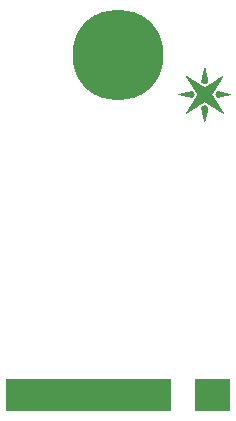
<source format=gts>
G75*
%MOIN*%
%OFA0B0*%
%FSLAX25Y25*%
%IPPOS*%
%LPD*%
%AMOC8*
5,1,8,0,0,1.08239X$1,22.5*
%
%ADD10R,0.02178X0.10643*%
%ADD11C,0.00100*%
%ADD12C,0.30328*%
D10*
X0008363Y0006321D03*
X0010332Y0006321D03*
X0012300Y0006321D03*
X0014269Y0006321D03*
X0016237Y0006321D03*
X0018206Y0006321D03*
X0020174Y0006321D03*
X0022143Y0006321D03*
X0024111Y0006321D03*
X0026080Y0006321D03*
X0028048Y0006321D03*
X0030017Y0006321D03*
X0031986Y0006321D03*
X0033954Y0006321D03*
X0035923Y0006321D03*
X0037891Y0006321D03*
X0039860Y0006321D03*
X0041828Y0006321D03*
X0043797Y0006321D03*
X0045765Y0006321D03*
X0047734Y0006321D03*
X0049702Y0006321D03*
X0051671Y0006321D03*
X0053639Y0006321D03*
X0055608Y0006321D03*
X0057576Y0006321D03*
X0059545Y0006321D03*
X0061513Y0006321D03*
X0071356Y0006321D03*
X0073324Y0006321D03*
X0075293Y0006321D03*
X0077261Y0006321D03*
X0079230Y0006321D03*
X0081198Y0006321D03*
D11*
X0073548Y0097797D02*
X0074548Y0102197D01*
X0073548Y0102897D01*
X0072548Y0102197D01*
X0073548Y0097797D01*
X0073538Y0097843D02*
X0073559Y0097843D01*
X0073581Y0097941D02*
X0073516Y0097941D01*
X0073493Y0098040D02*
X0073604Y0098040D01*
X0073626Y0098138D02*
X0073471Y0098138D01*
X0073449Y0098237D02*
X0073648Y0098237D01*
X0073671Y0098335D02*
X0073426Y0098335D01*
X0073404Y0098434D02*
X0073693Y0098434D01*
X0073716Y0098532D02*
X0073381Y0098532D01*
X0073359Y0098631D02*
X0073738Y0098631D01*
X0073760Y0098729D02*
X0073337Y0098729D01*
X0073314Y0098828D02*
X0073783Y0098828D01*
X0073805Y0098926D02*
X0073292Y0098926D01*
X0073269Y0099025D02*
X0073828Y0099025D01*
X0073850Y0099123D02*
X0073247Y0099123D01*
X0073225Y0099222D02*
X0073872Y0099222D01*
X0073895Y0099320D02*
X0073202Y0099320D01*
X0073180Y0099419D02*
X0073917Y0099419D01*
X0073939Y0099517D02*
X0073157Y0099517D01*
X0073135Y0099616D02*
X0073962Y0099616D01*
X0073984Y0099714D02*
X0073113Y0099714D01*
X0073090Y0099813D02*
X0074007Y0099813D01*
X0074029Y0099911D02*
X0073068Y0099911D01*
X0073046Y0100010D02*
X0074051Y0100010D01*
X0074074Y0100108D02*
X0073023Y0100108D01*
X0073001Y0100207D02*
X0074096Y0100207D01*
X0074119Y0100305D02*
X0072978Y0100305D01*
X0072956Y0100404D02*
X0074141Y0100404D01*
X0074163Y0100502D02*
X0072934Y0100502D01*
X0072911Y0100601D02*
X0074186Y0100601D01*
X0074208Y0100699D02*
X0072889Y0100699D01*
X0072866Y0100798D02*
X0074231Y0100798D01*
X0074253Y0100896D02*
X0072844Y0100896D01*
X0072822Y0100995D02*
X0074275Y0100995D01*
X0074298Y0101093D02*
X0072799Y0101093D01*
X0072777Y0101192D02*
X0074320Y0101192D01*
X0074342Y0101290D02*
X0072754Y0101290D01*
X0072732Y0101389D02*
X0074365Y0101389D01*
X0074387Y0101487D02*
X0072710Y0101487D01*
X0072687Y0101586D02*
X0074410Y0101586D01*
X0074432Y0101685D02*
X0072665Y0101685D01*
X0072643Y0101783D02*
X0074454Y0101783D01*
X0074477Y0101882D02*
X0072620Y0101882D01*
X0072598Y0101980D02*
X0074499Y0101980D01*
X0074522Y0102079D02*
X0072575Y0102079D01*
X0072553Y0102177D02*
X0074544Y0102177D01*
X0074436Y0102276D02*
X0072661Y0102276D01*
X0072802Y0102374D02*
X0074295Y0102374D01*
X0074155Y0102473D02*
X0072942Y0102473D01*
X0073083Y0102571D02*
X0074014Y0102571D01*
X0073873Y0102670D02*
X0073224Y0102670D01*
X0073365Y0102768D02*
X0073732Y0102768D01*
X0073592Y0102867D02*
X0073505Y0102867D01*
X0072867Y0103950D02*
X0069626Y0103950D01*
X0069566Y0103852D02*
X0072717Y0103852D01*
X0072567Y0103753D02*
X0069506Y0103753D01*
X0069445Y0103655D02*
X0072417Y0103655D01*
X0072267Y0103556D02*
X0069385Y0103556D01*
X0069325Y0103458D02*
X0072116Y0103458D01*
X0071966Y0103359D02*
X0069264Y0103359D01*
X0069204Y0103261D02*
X0071816Y0103261D01*
X0071666Y0103162D02*
X0069143Y0103162D01*
X0069083Y0103064D02*
X0071515Y0103064D01*
X0071365Y0102965D02*
X0069023Y0102965D01*
X0068962Y0102867D02*
X0071215Y0102867D01*
X0071065Y0102768D02*
X0068902Y0102768D01*
X0068841Y0102670D02*
X0070914Y0102670D01*
X0070764Y0102571D02*
X0068781Y0102571D01*
X0068721Y0102473D02*
X0070614Y0102473D01*
X0070464Y0102374D02*
X0068660Y0102374D01*
X0068600Y0102276D02*
X0070314Y0102276D01*
X0070163Y0102177D02*
X0068540Y0102177D01*
X0068479Y0102079D02*
X0070013Y0102079D01*
X0069863Y0101980D02*
X0068419Y0101980D01*
X0068358Y0101882D02*
X0069713Y0101882D01*
X0069562Y0101783D02*
X0068298Y0101783D01*
X0068238Y0101685D02*
X0069412Y0101685D01*
X0069262Y0101586D02*
X0068177Y0101586D01*
X0068117Y0101487D02*
X0069112Y0101487D01*
X0068962Y0101389D02*
X0068057Y0101389D01*
X0067996Y0101290D02*
X0068811Y0101290D01*
X0068661Y0101192D02*
X0067936Y0101192D01*
X0067875Y0101093D02*
X0068511Y0101093D01*
X0068361Y0100995D02*
X0067815Y0100995D01*
X0067755Y0100896D02*
X0068210Y0100896D01*
X0068060Y0100798D02*
X0067694Y0100798D01*
X0067634Y0100699D02*
X0067910Y0100699D01*
X0067760Y0100601D02*
X0067574Y0100601D01*
X0067609Y0100502D02*
X0067513Y0100502D01*
X0067459Y0100404D02*
X0067453Y0100404D01*
X0067448Y0100397D02*
X0073548Y0104397D01*
X0079748Y0100297D01*
X0075748Y0106597D01*
X0079548Y0112697D01*
X0073548Y0108797D01*
X0067448Y0112597D01*
X0071248Y0106597D01*
X0067448Y0100397D01*
X0069687Y0104049D02*
X0073018Y0104049D01*
X0073168Y0104147D02*
X0069747Y0104147D01*
X0069808Y0104246D02*
X0073318Y0104246D01*
X0073468Y0104344D02*
X0069868Y0104344D01*
X0069928Y0104443D02*
X0077116Y0104443D01*
X0077054Y0104541D02*
X0069989Y0104541D01*
X0070049Y0104640D02*
X0076991Y0104640D01*
X0076928Y0104738D02*
X0070109Y0104738D01*
X0070170Y0104837D02*
X0076866Y0104837D01*
X0076803Y0104935D02*
X0070230Y0104935D01*
X0070291Y0105034D02*
X0076741Y0105034D01*
X0076678Y0105132D02*
X0070351Y0105132D01*
X0070411Y0105231D02*
X0076616Y0105231D01*
X0076553Y0105329D02*
X0070472Y0105329D01*
X0070532Y0105428D02*
X0076491Y0105428D01*
X0076428Y0105526D02*
X0070592Y0105526D01*
X0070653Y0105625D02*
X0076366Y0105625D01*
X0076303Y0105723D02*
X0070713Y0105723D01*
X0070774Y0105822D02*
X0076240Y0105822D01*
X0076178Y0105921D02*
X0070834Y0105921D01*
X0070894Y0106019D02*
X0076115Y0106019D01*
X0076053Y0106118D02*
X0070955Y0106118D01*
X0071015Y0106216D02*
X0075990Y0106216D01*
X0075928Y0106315D02*
X0071075Y0106315D01*
X0071136Y0106413D02*
X0075865Y0106413D01*
X0075803Y0106512D02*
X0071196Y0106512D01*
X0071240Y0106610D02*
X0075757Y0106610D01*
X0075818Y0106709D02*
X0071178Y0106709D01*
X0071115Y0106807D02*
X0075879Y0106807D01*
X0075941Y0106906D02*
X0071053Y0106906D01*
X0070991Y0107004D02*
X0076002Y0107004D01*
X0076064Y0107103D02*
X0070928Y0107103D01*
X0070866Y0107201D02*
X0076125Y0107201D01*
X0076186Y0107300D02*
X0070803Y0107300D01*
X0070741Y0107398D02*
X0076248Y0107398D01*
X0076309Y0107497D02*
X0070679Y0107497D01*
X0070616Y0107595D02*
X0076370Y0107595D01*
X0076432Y0107694D02*
X0070554Y0107694D01*
X0070491Y0107792D02*
X0076493Y0107792D01*
X0076555Y0107891D02*
X0070429Y0107891D01*
X0070367Y0107989D02*
X0076616Y0107989D01*
X0076677Y0108088D02*
X0070304Y0108088D01*
X0070242Y0108186D02*
X0076739Y0108186D01*
X0076800Y0108285D02*
X0070179Y0108285D01*
X0070117Y0108383D02*
X0076861Y0108383D01*
X0076923Y0108482D02*
X0070055Y0108482D01*
X0069992Y0108580D02*
X0076984Y0108580D01*
X0077045Y0108679D02*
X0069930Y0108679D01*
X0069868Y0108777D02*
X0077107Y0108777D01*
X0077168Y0108876D02*
X0073670Y0108876D01*
X0073822Y0108974D02*
X0077230Y0108974D01*
X0077291Y0109073D02*
X0073973Y0109073D01*
X0074125Y0109171D02*
X0077352Y0109171D01*
X0077414Y0109270D02*
X0074276Y0109270D01*
X0074428Y0109368D02*
X0077475Y0109368D01*
X0077536Y0109467D02*
X0074579Y0109467D01*
X0074731Y0109565D02*
X0077598Y0109565D01*
X0077659Y0109664D02*
X0074882Y0109664D01*
X0075034Y0109762D02*
X0077721Y0109762D01*
X0077782Y0109861D02*
X0075186Y0109861D01*
X0075337Y0109959D02*
X0077843Y0109959D01*
X0077905Y0110058D02*
X0075489Y0110058D01*
X0075640Y0110156D02*
X0077966Y0110156D01*
X0078027Y0110255D02*
X0075792Y0110255D01*
X0075943Y0110354D02*
X0078089Y0110354D01*
X0078150Y0110452D02*
X0076095Y0110452D01*
X0076246Y0110551D02*
X0078211Y0110551D01*
X0078273Y0110649D02*
X0076398Y0110649D01*
X0076550Y0110748D02*
X0078334Y0110748D01*
X0078396Y0110846D02*
X0076701Y0110846D01*
X0076853Y0110945D02*
X0078457Y0110945D01*
X0078518Y0111043D02*
X0077004Y0111043D01*
X0077156Y0111142D02*
X0078580Y0111142D01*
X0078641Y0111240D02*
X0077307Y0111240D01*
X0077459Y0111339D02*
X0078702Y0111339D01*
X0078764Y0111437D02*
X0077610Y0111437D01*
X0077762Y0111536D02*
X0078825Y0111536D01*
X0078886Y0111634D02*
X0077914Y0111634D01*
X0078065Y0111733D02*
X0078948Y0111733D01*
X0079009Y0111831D02*
X0078217Y0111831D01*
X0078368Y0111930D02*
X0079071Y0111930D01*
X0079132Y0112028D02*
X0078520Y0112028D01*
X0078671Y0112127D02*
X0079193Y0112127D01*
X0079255Y0112225D02*
X0078823Y0112225D01*
X0078974Y0112324D02*
X0079316Y0112324D01*
X0079377Y0112422D02*
X0079126Y0112422D01*
X0079278Y0112521D02*
X0079439Y0112521D01*
X0079429Y0112619D02*
X0079500Y0112619D01*
X0078231Y0107398D02*
X0077683Y0107398D01*
X0077617Y0107300D02*
X0078713Y0107300D01*
X0079194Y0107201D02*
X0077551Y0107201D01*
X0077486Y0107103D02*
X0079676Y0107103D01*
X0080157Y0107004D02*
X0077420Y0107004D01*
X0077354Y0106906D02*
X0080639Y0106906D01*
X0081121Y0106807D02*
X0077289Y0106807D01*
X0077223Y0106709D02*
X0081602Y0106709D01*
X0081732Y0106512D02*
X0077205Y0106512D01*
X0077148Y0106597D02*
X0077748Y0105697D01*
X0082148Y0106597D01*
X0077748Y0107497D01*
X0077749Y0107497D01*
X0077748Y0107497D02*
X0077148Y0106597D01*
X0077157Y0106610D02*
X0082084Y0106610D01*
X0081250Y0106413D02*
X0077271Y0106413D01*
X0077337Y0106315D02*
X0080768Y0106315D01*
X0080287Y0106216D02*
X0077402Y0106216D01*
X0077468Y0106118D02*
X0079805Y0106118D01*
X0079324Y0106019D02*
X0077534Y0106019D01*
X0077599Y0105921D02*
X0078842Y0105921D01*
X0078360Y0105822D02*
X0077665Y0105822D01*
X0077731Y0105723D02*
X0077879Y0105723D01*
X0077179Y0104344D02*
X0073628Y0104344D01*
X0073777Y0104246D02*
X0077241Y0104246D01*
X0077304Y0104147D02*
X0073926Y0104147D01*
X0074075Y0104049D02*
X0077366Y0104049D01*
X0077429Y0103950D02*
X0074224Y0103950D01*
X0074373Y0103852D02*
X0077491Y0103852D01*
X0077554Y0103753D02*
X0074522Y0103753D01*
X0074671Y0103655D02*
X0077617Y0103655D01*
X0077679Y0103556D02*
X0074820Y0103556D01*
X0074969Y0103458D02*
X0077742Y0103458D01*
X0077804Y0103359D02*
X0075118Y0103359D01*
X0075267Y0103261D02*
X0077867Y0103261D01*
X0077929Y0103162D02*
X0075416Y0103162D01*
X0075565Y0103064D02*
X0077992Y0103064D01*
X0078054Y0102965D02*
X0075713Y0102965D01*
X0075862Y0102867D02*
X0078117Y0102867D01*
X0078179Y0102768D02*
X0076011Y0102768D01*
X0076160Y0102670D02*
X0078242Y0102670D01*
X0078305Y0102571D02*
X0076309Y0102571D01*
X0076458Y0102473D02*
X0078367Y0102473D01*
X0078430Y0102374D02*
X0076607Y0102374D01*
X0076756Y0102276D02*
X0078492Y0102276D01*
X0078555Y0102177D02*
X0076905Y0102177D01*
X0077054Y0102079D02*
X0078617Y0102079D01*
X0078680Y0101980D02*
X0077203Y0101980D01*
X0077352Y0101882D02*
X0078742Y0101882D01*
X0078805Y0101783D02*
X0077501Y0101783D01*
X0077650Y0101685D02*
X0078867Y0101685D01*
X0078930Y0101586D02*
X0077799Y0101586D01*
X0077948Y0101487D02*
X0078993Y0101487D01*
X0079055Y0101389D02*
X0078097Y0101389D01*
X0078246Y0101290D02*
X0079118Y0101290D01*
X0079180Y0101192D02*
X0078395Y0101192D01*
X0078544Y0101093D02*
X0079243Y0101093D01*
X0079305Y0100995D02*
X0078693Y0100995D01*
X0078842Y0100896D02*
X0079368Y0100896D01*
X0079430Y0100798D02*
X0078991Y0100798D01*
X0079140Y0100699D02*
X0079493Y0100699D01*
X0079555Y0100601D02*
X0079289Y0100601D01*
X0079438Y0100502D02*
X0079618Y0100502D01*
X0079587Y0100404D02*
X0079681Y0100404D01*
X0079736Y0100305D02*
X0079743Y0100305D01*
X0073422Y0108876D02*
X0069805Y0108876D01*
X0069743Y0108974D02*
X0073264Y0108974D01*
X0073105Y0109073D02*
X0069680Y0109073D01*
X0069618Y0109171D02*
X0072947Y0109171D01*
X0072789Y0109270D02*
X0069556Y0109270D01*
X0069493Y0109368D02*
X0072631Y0109368D01*
X0072473Y0109467D02*
X0069431Y0109467D01*
X0069368Y0109565D02*
X0072315Y0109565D01*
X0072157Y0109664D02*
X0069306Y0109664D01*
X0069244Y0109762D02*
X0071998Y0109762D01*
X0071840Y0109861D02*
X0069181Y0109861D01*
X0069119Y0109959D02*
X0071682Y0109959D01*
X0071524Y0110058D02*
X0069056Y0110058D01*
X0068994Y0110156D02*
X0071366Y0110156D01*
X0071208Y0110255D02*
X0068932Y0110255D01*
X0068869Y0110354D02*
X0071050Y0110354D01*
X0070892Y0110452D02*
X0068807Y0110452D01*
X0068744Y0110551D02*
X0070733Y0110551D01*
X0070575Y0110649D02*
X0068682Y0110649D01*
X0068620Y0110748D02*
X0070417Y0110748D01*
X0070259Y0110846D02*
X0068557Y0110846D01*
X0068495Y0110945D02*
X0070101Y0110945D01*
X0069943Y0111043D02*
X0068433Y0111043D01*
X0068370Y0111142D02*
X0069785Y0111142D01*
X0069626Y0111240D02*
X0068308Y0111240D01*
X0068245Y0111339D02*
X0069468Y0111339D01*
X0069310Y0111437D02*
X0068183Y0111437D01*
X0068121Y0111536D02*
X0069152Y0111536D01*
X0068994Y0111634D02*
X0068058Y0111634D01*
X0067996Y0111733D02*
X0068836Y0111733D01*
X0068678Y0111831D02*
X0067933Y0111831D01*
X0067871Y0111930D02*
X0068519Y0111930D01*
X0068361Y0112028D02*
X0067809Y0112028D01*
X0067746Y0112127D02*
X0068203Y0112127D01*
X0068045Y0112225D02*
X0067684Y0112225D01*
X0067621Y0112324D02*
X0067887Y0112324D01*
X0067729Y0112422D02*
X0067559Y0112422D01*
X0067571Y0112521D02*
X0067497Y0112521D01*
X0068341Y0107300D02*
X0069480Y0107300D01*
X0069414Y0107398D02*
X0068844Y0107398D01*
X0069348Y0107497D02*
X0069349Y0107497D01*
X0069348Y0107497D02*
X0064748Y0106597D01*
X0069348Y0105697D01*
X0069948Y0106597D01*
X0069348Y0107497D01*
X0069546Y0107201D02*
X0067837Y0107201D01*
X0067334Y0107103D02*
X0069611Y0107103D01*
X0069677Y0107004D02*
X0066830Y0107004D01*
X0066327Y0106906D02*
X0069743Y0106906D01*
X0069808Y0106807D02*
X0065823Y0106807D01*
X0065688Y0106413D02*
X0069826Y0106413D01*
X0069760Y0106315D02*
X0066191Y0106315D01*
X0066695Y0106216D02*
X0069695Y0106216D01*
X0069629Y0106118D02*
X0067198Y0106118D01*
X0067702Y0106019D02*
X0069563Y0106019D01*
X0069498Y0105921D02*
X0068205Y0105921D01*
X0068709Y0105822D02*
X0069432Y0105822D01*
X0069366Y0105723D02*
X0069212Y0105723D01*
X0069892Y0106512D02*
X0065184Y0106512D01*
X0065320Y0106709D02*
X0069874Y0106709D01*
X0069940Y0106610D02*
X0064816Y0106610D01*
X0072548Y0110797D02*
X0073548Y0110197D01*
X0074548Y0110797D01*
X0073548Y0115397D01*
X0072548Y0110797D01*
X0072559Y0110846D02*
X0074538Y0110846D01*
X0074516Y0110945D02*
X0072581Y0110945D01*
X0072602Y0111043D02*
X0074495Y0111043D01*
X0074474Y0111142D02*
X0072623Y0111142D01*
X0072645Y0111240D02*
X0074452Y0111240D01*
X0074431Y0111339D02*
X0072666Y0111339D01*
X0072688Y0111437D02*
X0074409Y0111437D01*
X0074388Y0111536D02*
X0072709Y0111536D01*
X0072731Y0111634D02*
X0074366Y0111634D01*
X0074345Y0111733D02*
X0072752Y0111733D01*
X0072773Y0111831D02*
X0074324Y0111831D01*
X0074302Y0111930D02*
X0072795Y0111930D01*
X0072816Y0112028D02*
X0074281Y0112028D01*
X0074259Y0112127D02*
X0072838Y0112127D01*
X0072859Y0112225D02*
X0074238Y0112225D01*
X0074217Y0112324D02*
X0072880Y0112324D01*
X0072902Y0112422D02*
X0074195Y0112422D01*
X0074174Y0112521D02*
X0072923Y0112521D01*
X0072945Y0112619D02*
X0074152Y0112619D01*
X0074131Y0112718D02*
X0072966Y0112718D01*
X0072988Y0112816D02*
X0074109Y0112816D01*
X0074088Y0112915D02*
X0073009Y0112915D01*
X0073030Y0113013D02*
X0074067Y0113013D01*
X0074045Y0113112D02*
X0073052Y0113112D01*
X0073073Y0113210D02*
X0074024Y0113210D01*
X0074002Y0113309D02*
X0073095Y0113309D01*
X0073116Y0113407D02*
X0073981Y0113407D01*
X0073960Y0113506D02*
X0073137Y0113506D01*
X0073159Y0113604D02*
X0073938Y0113604D01*
X0073917Y0113703D02*
X0073180Y0113703D01*
X0073202Y0113801D02*
X0073895Y0113801D01*
X0073874Y0113900D02*
X0073223Y0113900D01*
X0073245Y0113998D02*
X0073853Y0113998D01*
X0073831Y0114097D02*
X0073266Y0114097D01*
X0073287Y0114195D02*
X0073810Y0114195D01*
X0073788Y0114294D02*
X0073309Y0114294D01*
X0073330Y0114392D02*
X0073767Y0114392D01*
X0073745Y0114491D02*
X0073352Y0114491D01*
X0073373Y0114590D02*
X0073724Y0114590D01*
X0073703Y0114688D02*
X0073394Y0114688D01*
X0073416Y0114787D02*
X0073681Y0114787D01*
X0073660Y0114885D02*
X0073437Y0114885D01*
X0073459Y0114984D02*
X0073638Y0114984D01*
X0073617Y0115082D02*
X0073480Y0115082D01*
X0073501Y0115181D02*
X0073596Y0115181D01*
X0073574Y0115279D02*
X0073523Y0115279D01*
X0073544Y0115378D02*
X0073553Y0115378D01*
X0074466Y0110748D02*
X0072631Y0110748D01*
X0072795Y0110649D02*
X0074302Y0110649D01*
X0074138Y0110551D02*
X0072959Y0110551D01*
X0073123Y0110452D02*
X0073974Y0110452D01*
X0073810Y0110354D02*
X0073287Y0110354D01*
X0073452Y0110255D02*
X0073645Y0110255D01*
D12*
X0044781Y0119510D03*
M02*

</source>
